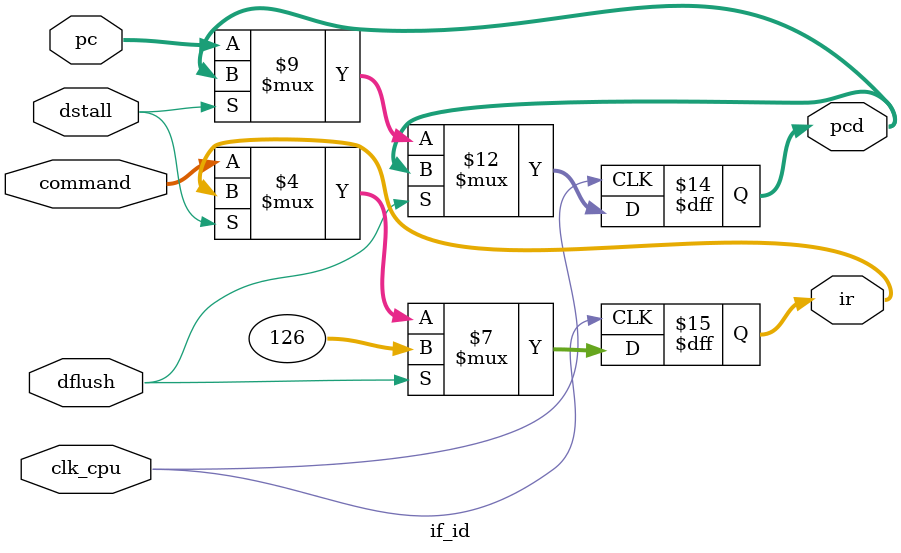
<source format=v>
`timescale 1ns / 1ps

module if_id(
input clk_cpu,dstall,dflush,
input[31:0] pc,
input[31:0] command,
output  reg[31:0] pcd,
output  reg[31:0] ir
    );
initial begin pcd<=32'h00003000;    end
always@(posedge clk_cpu)    begin
    if(dflush)  begin pcd<=pcd; ir<=32'h0000007e; end
//    else    begin  if(dstall)  begin   pcd<=pcd;   ir<=ir; end
//    else    begin   pcd<=pc;   ir<=command;    end  end
else    begin  if(dstall==0)  begin   pcd<=pc;   ir<=command; end   end
    end
endmodule

</source>
